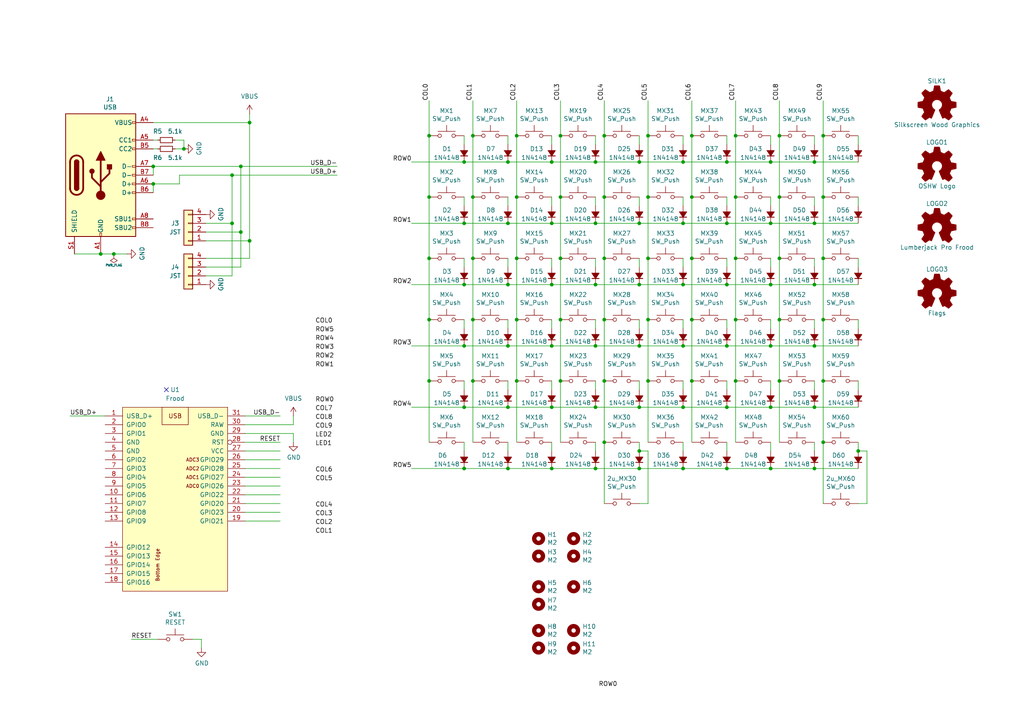
<source format=kicad_sch>
(kicad_sch (version 20231120) (generator "eeschema") (generator_version "8.0")
  (paper "A4")
  (title_block (title "Lumberjack PCB") (date "2022-02-25") (rev "1.6"))
  (junction (at 198.12 135.89))
  (junction (at 44.45 53.34))
  (junction (at 223.52 64.77))
  (junction (at 200.66 92.71))
  (junction (at 185.42 64.77))
  (junction (at 160.02 46.99))
  (junction (at 226.06 39.37))
  (junction (at 160.02 100.33))
  (junction (at 185.42 118.11))
  (junction (at 134.62 135.89))
  (junction (at 134.62 46.99))
  (junction (at 175.26 57.15))
  (junction (at 160.02 118.11))
  (junction (at 67.31 50.8))
  (junction (at 69.85 48.26))
  (junction (at 72.39 35.56))
  (junction (at 185.42 100.33))
  (junction (at 160.02 135.89))
  (junction (at 238.76 128.27))
  (junction (at 134.62 118.11))
  (junction (at 175.26 74.93))
  (junction (at 198.12 64.77))
  (junction (at 29.21 73.66))
  (junction (at 213.36 74.93))
  (junction (at 124.46 39.37))
  (junction (at 162.56 74.93))
  (junction (at 137.16 92.71))
  (junction (at 200.66 74.93))
  (junction (at 210.82 100.33))
  (junction (at 72.39 69.85))
  (junction (at 175.26 39.37))
  (junction (at 124.46 92.71))
  (junction (at 198.12 118.11))
  (junction (at 162.56 110.49))
  (junction (at 238.76 57.15))
  (junction (at 223.52 82.55))
  (junction (at 149.86 74.93))
  (junction (at 226.06 92.71))
  (junction (at 160.02 64.77))
  (junction (at 172.72 82.55))
  (junction (at 162.56 57.15))
  (junction (at 187.96 57.15))
  (junction (at 236.22 135.89))
  (junction (at 69.85 67.31))
  (junction (at 226.06 110.49))
  (junction (at 226.06 74.93))
  (junction (at 236.22 82.55))
  (junction (at 248.92 130.81))
  (junction (at 236.22 100.33))
  (junction (at 238.76 39.37))
  (junction (at 162.56 39.37))
  (junction (at 185.42 82.55))
  (junction (at 124.46 57.15))
  (junction (at 134.62 64.77))
  (junction (at 147.32 100.33))
  (junction (at 147.32 135.89))
  (junction (at 213.36 92.71))
  (junction (at 210.82 118.11))
  (junction (at 149.86 39.37))
  (junction (at 236.22 46.99))
  (junction (at 44.45 48.26))
  (junction (at 187.96 39.37))
  (junction (at 137.16 74.93))
  (junction (at 67.31 64.77))
  (junction (at 175.26 92.71))
  (junction (at 223.52 46.99))
  (junction (at 213.36 57.15))
  (junction (at 185.42 135.89))
  (junction (at 172.72 64.77))
  (junction (at 134.62 100.33))
  (junction (at 149.86 110.49))
  (junction (at 137.16 110.49))
  (junction (at 223.52 135.89))
  (junction (at 213.36 39.37))
  (junction (at 149.86 92.71))
  (junction (at 185.42 46.99))
  (junction (at 236.22 64.77))
  (junction (at 33.02 73.66))
  (junction (at 175.26 128.27))
  (junction (at 172.72 100.33))
  (junction (at 187.96 74.93))
  (junction (at 137.16 57.15))
  (junction (at 175.26 110.49))
  (junction (at 236.22 118.11))
  (junction (at 160.02 82.55))
  (junction (at 124.46 74.93))
  (junction (at 223.52 100.33))
  (junction (at 187.96 92.71))
  (junction (at 238.76 92.71))
  (junction (at 147.32 46.99))
  (junction (at 172.72 118.11))
  (junction (at 198.12 46.99))
  (junction (at 200.66 39.37))
  (junction (at 223.52 118.11))
  (junction (at 238.76 110.49))
  (junction (at 213.36 110.49))
  (junction (at 198.12 82.55))
  (junction (at 210.82 82.55))
  (junction (at 149.86 57.15))
  (junction (at 172.72 135.89))
  (junction (at 124.46 110.49))
  (junction (at 147.32 118.11))
  (junction (at 200.66 57.15))
  (junction (at 226.06 57.15))
  (junction (at 147.32 64.77))
  (junction (at 200.66 110.49))
  (junction (at 238.76 74.93))
  (junction (at 210.82 64.77))
  (junction (at 185.42 130.81))
  (junction (at 134.62 82.55))
  (junction (at 147.32 82.55))
  (junction (at 198.12 100.33))
  (junction (at 162.56 92.71))
  (junction (at 210.82 46.99))
  (junction (at 210.82 135.89))
  (junction (at 187.96 110.49))
  (junction (at 53.34 43.18))
  (junction (at 172.72 46.99))
  (junction (at 137.16 39.37))
  (no_connect (at 48.26 113.03))
  (wire (pts (xy 213.36 74.93) (xy 213.36 92.71)))
  (wire (pts (xy 160.02 57.15) (xy 160.02 59.69)))
  (wire (pts (xy 137.16 39.37) (xy 137.16 29.21)))
  (wire (pts (xy 119.38 46.99) (xy 134.62 46.99)))
  (wire (pts (xy 198.12 100.33) (xy 210.82 100.33)))
  (wire (pts (xy 149.86 92.71) (xy 149.86 110.49)))
  (wire (pts (xy 185.42 82.55) (xy 198.12 82.55)))
  (wire (pts (xy 160.02 39.37) (xy 160.02 41.91)))
  (wire (pts (xy 226.06 39.37) (xy 226.06 57.15)))
  (wire (pts (xy 81.28 140.97) (xy 71.12 140.97)))
  (wire (pts (xy 52.07 50.8) (xy 67.31 50.8)))
  (wire (pts (xy 81.28 146.05) (xy 71.12 146.05)))
  (wire (pts (xy 223.52 110.49) (xy 223.52 113.03)))
  (wire (pts (xy 238.76 57.15) (xy 238.76 74.93)))
  (wire (pts (xy 149.86 39.37) (xy 149.86 29.21)))
  (wire (pts (xy 251.46 130.81) (xy 248.92 130.81)))
  (wire (pts (xy 238.76 74.93) (xy 238.76 92.71)))
  (wire (pts (xy 162.56 74.93) (xy 162.56 57.15)))
  (wire (pts (xy 226.06 57.15) (xy 226.06 74.93)))
  (wire (pts (xy 187.96 130.81) (xy 185.42 130.81)))
  (wire (pts (xy 137.16 74.93) (xy 137.16 92.71)))
  (wire (pts (xy 172.72 92.71) (xy 172.72 95.25)))
  (wire (pts (xy 21.59 73.66) (xy 29.21 73.66)))
  (wire (pts (xy 81.28 151.13) (xy 71.12 151.13)))
  (wire (pts (xy 238.76 92.71) (xy 238.76 110.49)))
  (wire (pts (xy 200.66 57.15) (xy 200.66 39.37)))
  (wire (pts (xy 223.52 74.93) (xy 223.52 77.47)))
  (wire (pts (xy 44.45 43.18) (xy 45.72 43.18)))
  (wire (pts (xy 67.31 64.77) (xy 67.31 80.01)))
  (wire (pts (xy 147.32 46.99) (xy 160.02 46.99)))
  (wire (pts (xy 134.62 74.93) (xy 134.62 77.47)))
  (wire (pts (xy 147.32 64.77) (xy 160.02 64.77)))
  (wire (pts (xy 187.96 57.15) (xy 187.96 39.37)))
  (wire (pts (xy 72.39 69.85) (xy 72.39 74.93)))
  (wire (pts (xy 236.22 92.71) (xy 236.22 95.25)))
  (wire (pts (xy 81.28 120.65) (xy 71.12 120.65)))
  (wire (pts (xy 67.31 50.8) (xy 97.79 50.8)))
  (wire (pts (xy 200.66 74.93) (xy 200.66 57.15)))
  (wire (pts (xy 124.46 74.93) (xy 124.46 57.15)))
  (wire (pts (xy 160.02 82.55) (xy 172.72 82.55)))
  (wire (pts (xy 134.62 64.77) (xy 147.32 64.77)))
  (wire (pts (xy 210.82 118.11) (xy 223.52 118.11)))
  (wire (pts (xy 72.39 74.93) (xy 59.69 74.93)))
  (wire (pts (xy 236.22 39.37) (xy 236.22 41.91)))
  (wire (pts (xy 69.85 48.26) (xy 69.85 67.31)))
  (wire (pts (xy 134.62 92.71) (xy 134.62 95.25)))
  (wire (pts (xy 160.02 135.89) (xy 172.72 135.89)))
  (wire (pts (xy 236.22 82.55) (xy 248.92 82.55)))
  (wire (pts (xy 248.92 110.49) (xy 248.92 113.03)))
  (wire (pts (xy 236.22 100.33) (xy 248.92 100.33)))
  (wire (pts (xy 226.06 110.49) (xy 226.06 128.27)))
  (wire (pts (xy 172.72 128.27) (xy 172.72 130.81)))
  (wire (pts (xy 147.32 118.11) (xy 160.02 118.11)))
  (wire (pts (xy 248.92 146.05) (xy 251.46 146.05)))
  (wire (pts (xy 236.22 128.27) (xy 236.22 130.81)))
  (wire (pts (xy 172.72 110.49) (xy 172.72 113.03)))
  (wire (pts (xy 187.96 74.93) (xy 187.96 57.15)))
  (wire (pts (xy 185.42 57.15) (xy 185.42 59.69)))
  (wire (pts (xy 162.56 92.71) (xy 162.56 110.49)))
  (wire (pts (xy 69.85 67.31) (xy 59.69 67.31)))
  (wire (pts (xy 248.92 57.15) (xy 248.92 59.69)))
  (wire (pts (xy 85.09 125.73) (xy 85.09 128.27)))
  (wire (pts (xy 81.28 143.51) (xy 71.12 143.51)))
  (wire (pts (xy 134.62 135.89) (xy 147.32 135.89)))
  (wire (pts (xy 147.32 135.89) (xy 160.02 135.89)))
  (wire (pts (xy 200.66 29.21) (xy 200.66 39.37)))
  (wire (pts (xy 198.12 64.77) (xy 210.82 64.77)))
  (wire (pts (xy 71.12 125.73) (xy 85.09 125.73)))
  (wire (pts (xy 187.96 110.49) (xy 187.96 128.27)))
  (wire (pts (xy 251.46 146.05) (xy 251.46 130.81)))
  (wire (pts (xy 52.07 53.34) (xy 52.07 50.8)))
  (wire (pts (xy 185.42 46.99) (xy 198.12 46.99)))
  (wire (pts (xy 236.22 135.89) (xy 248.92 135.89)))
  (wire (pts (xy 187.96 92.71) (xy 187.96 110.49)))
  (wire (pts (xy 44.45 48.26) (xy 44.45 50.8)))
  (wire (pts (xy 81.28 128.27) (xy 71.12 128.27)))
  (wire (pts (xy 119.38 64.77) (xy 134.62 64.77)))
  (wire (pts (xy 134.62 110.49) (xy 134.62 113.03)))
  (wire (pts (xy 69.85 77.47) (xy 59.69 77.47)))
  (wire (pts (xy 172.72 82.55) (xy 185.42 82.55)))
  (wire (pts (xy 185.42 146.05) (xy 187.96 146.05)))
  (wire (pts (xy 124.46 110.49) (xy 124.46 128.27)))
  (wire (pts (xy 162.56 110.49) (xy 162.56 128.27)))
  (wire (pts (xy 53.34 43.18) (xy 50.8 43.18)))
  (wire (pts (xy 238.76 110.49) (xy 238.76 128.27)))
  (wire (pts (xy 248.92 39.37) (xy 248.92 41.91)))
  (wire (pts (xy 137.16 74.93) (xy 137.16 57.15)))
  (wire (pts (xy 172.72 135.89) (xy 185.42 135.89)))
  (wire (pts (xy 147.32 92.71) (xy 147.32 95.25)))
  (wire (pts (xy 223.52 100.33) (xy 236.22 100.33)))
  (wire (pts (xy 248.92 74.93) (xy 248.92 77.47)))
  (wire (pts (xy 213.36 92.71) (xy 213.36 110.49)))
  (wire (pts (xy 160.02 128.27) (xy 160.02 130.81)))
  (wire (pts (xy 58.42 185.42) (xy 58.42 187.96)))
  (wire (pts (xy 53.34 40.64) (xy 53.34 43.18)))
  (wire (pts (xy 185.42 135.89) (xy 198.12 135.89)))
  (wire (pts (xy 44.45 40.64) (xy 45.72 40.64)))
  (wire (pts (xy 185.42 39.37) (xy 185.42 41.91)))
  (wire (pts (xy 185.42 128.27) (xy 185.42 130.81)))
  (wire (pts (xy 134.62 100.33) (xy 147.32 100.33)))
  (wire (pts (xy 172.72 46.99) (xy 185.42 46.99)))
  (wire (pts (xy 162.56 57.15) (xy 162.56 39.37)))
  (wire (pts (xy 175.26 57.15) (xy 175.26 39.37)))
  (wire (pts (xy 175.26 74.93) (xy 175.26 92.71)))
  (wire (pts (xy 236.22 110.49) (xy 236.22 113.03)))
  (wire (pts (xy 172.72 64.77) (xy 185.42 64.77)))
  (wire (pts (xy 213.36 39.37) (xy 213.36 57.15)))
  (wire (pts (xy 236.22 118.11) (xy 248.92 118.11)))
  (wire (pts (xy 147.32 82.55) (xy 160.02 82.55)))
  (wire (pts (xy 160.02 118.11) (xy 172.72 118.11)))
  (wire (pts (xy 67.31 64.77) (xy 59.69 64.77)))
  (wire (pts (xy 124.46 39.37) (xy 124.46 29.21)))
  (wire (pts (xy 162.56 39.37) (xy 162.56 29.21)))
  (wire (pts (xy 160.02 64.77) (xy 172.72 64.77)))
  (wire (pts (xy 198.12 128.27) (xy 198.12 130.81)))
  (wire (pts (xy 238.76 29.21) (xy 238.76 39.37)))
  (wire (pts (xy 69.85 48.26) (xy 97.79 48.26)))
  (wire (pts (xy 223.52 128.27) (xy 223.52 130.81)))
  (wire (pts (xy 147.32 110.49) (xy 147.32 113.03)))
  (wire (pts (xy 175.26 128.27) (xy 175.26 146.05)))
  (wire (pts (xy 223.52 118.11) (xy 236.22 118.11)))
  (wire (pts (xy 223.52 39.37) (xy 223.52 41.91)))
  (wire (pts (xy 175.26 74.93) (xy 175.26 57.15)))
  (wire (pts (xy 198.12 92.71) (xy 198.12 95.25)))
  (wire (pts (xy 238.76 128.27) (xy 238.76 146.05)))
  (wire (pts (xy 236.22 57.15) (xy 236.22 59.69)))
  (wire (pts (xy 162.56 74.93) (xy 162.56 92.71)))
  (wire (pts (xy 172.72 100.33) (xy 185.42 100.33)))
  (wire (pts (xy 20.32 120.65) (xy 30.48 120.65)))
  (wire (pts (xy 185.42 100.33) (xy 198.12 100.33)))
  (wire (pts (xy 160.02 92.71) (xy 160.02 95.25)))
  (wire (pts (xy 44.45 35.56) (xy 72.39 35.56)))
  (wire (pts (xy 134.62 46.99) (xy 147.32 46.99)))
  (wire (pts (xy 124.46 57.15) (xy 124.46 39.37)))
  (wire (pts (xy 223.52 64.77) (xy 236.22 64.77)))
  (wire (pts (xy 72.39 69.85) (xy 59.69 69.85)))
  (wire (pts (xy 44.45 53.34) (xy 52.07 53.34)))
  (wire (pts (xy 134.62 82.55) (xy 147.32 82.55)))
  (wire (pts (xy 223.52 46.99) (xy 236.22 46.99)))
  (wire (pts (xy 210.82 135.89) (xy 223.52 135.89)))
  (wire (pts (xy 198.12 82.55) (xy 210.82 82.55)))
  (wire (pts (xy 185.42 110.49) (xy 185.42 113.03)))
  (wire (pts (xy 236.22 64.77) (xy 248.92 64.77)))
  (wire (pts (xy 137.16 110.49) (xy 137.16 128.27)))
  (wire (pts (xy 187.96 39.37) (xy 187.96 29.21)))
  (wire (pts (xy 38.1 185.42) (xy 45.72 185.42)))
  (wire (pts (xy 81.28 130.81) (xy 71.12 130.81)))
  (wire (pts (xy 213.36 29.21) (xy 213.36 39.37)))
  (wire (pts (xy 72.39 33.02) (xy 72.39 35.56)))
  (wire (pts (xy 55.88 185.42) (xy 58.42 185.42)))
  (wire (pts (xy 147.32 39.37) (xy 147.32 41.91)))
  (wire (pts (xy 210.82 110.49) (xy 210.82 113.03)))
  (wire (pts (xy 226.06 92.71) (xy 226.06 110.49)))
  (wire (pts (xy 223.52 57.15) (xy 223.52 59.69)))
  (wire (pts (xy 119.38 82.55) (xy 134.62 82.55)))
  (wire (pts (xy 85.09 123.19) (xy 85.09 120.65)))
  (wire (pts (xy 172.72 39.37) (xy 172.72 41.91)))
  (wire (pts (xy 172.72 74.93) (xy 172.72 77.47)))
  (wire (pts (xy 175.26 92.71) (xy 175.26 110.49)))
  (wire (pts (xy 81.28 135.89) (xy 71.12 135.89)))
  (wire (pts (xy 29.21 73.66) (xy 33.02 73.66)))
  (wire (pts (xy 81.28 148.59) (xy 71.12 148.59)))
  (wire (pts (xy 213.36 74.93) (xy 213.36 57.15)))
  (wire (pts (xy 210.82 92.71) (xy 210.82 95.25)))
  (wire (pts (xy 200.66 110.49) (xy 200.66 128.27)))
  (wire (pts (xy 198.12 39.37) (xy 198.12 41.91)))
  (wire (pts (xy 134.62 118.11) (xy 147.32 118.11)))
  (wire (pts (xy 236.22 46.99) (xy 248.92 46.99)))
  (wire (pts (xy 137.16 92.71) (xy 137.16 110.49)))
  (wire (pts (xy 33.02 73.66) (xy 36.83 73.66)))
  (wire (pts (xy 72.39 35.56) (xy 72.39 69.85)))
  (wire (pts (xy 81.28 138.43) (xy 71.12 138.43)))
  (wire (pts (xy 175.26 39.37) (xy 175.26 29.21)))
  (wire (pts (xy 160.02 46.99) (xy 172.72 46.99)))
  (wire (pts (xy 137.16 57.15) (xy 137.16 39.37)))
  (wire (pts (xy 67.31 80.01) (xy 59.69 80.01)))
  (wire (pts (xy 200.66 92.71) (xy 200.66 110.49)))
  (wire (pts (xy 210.82 39.37) (xy 210.82 41.91)))
  (wire (pts (xy 187.96 74.93) (xy 187.96 92.71)))
  (wire (pts (xy 238.76 39.37) (xy 238.76 57.15)))
  (wire (pts (xy 172.72 57.15) (xy 172.72 59.69)))
  (wire (pts (xy 160.02 110.49) (xy 160.02 113.03)))
  (wire (pts (xy 134.62 39.37) (xy 134.62 41.91)))
  (wire (pts (xy 223.52 92.71) (xy 223.52 95.25)))
  (wire (pts (xy 119.38 118.11) (xy 134.62 118.11)))
  (wire (pts (xy 226.06 29.21) (xy 226.06 39.37)))
  (wire (pts (xy 134.62 57.15) (xy 134.62 59.69)))
  (wire (pts (xy 187.96 146.05) (xy 187.96 130.81)))
  (wire (pts (xy 119.38 100.33) (xy 134.62 100.33)))
  (wire (pts (xy 198.12 118.11) (xy 210.82 118.11)))
  (wire (pts (xy 248.92 92.71) (xy 248.92 95.25)))
  (wire (pts (xy 198.12 135.89) (xy 210.82 135.89)))
  (wire (pts (xy 69.85 67.31) (xy 69.85 77.47)))
  (wire (pts (xy 185.42 92.71) (xy 185.42 95.25)))
  (wire (pts (xy 149.86 74.93) (xy 149.86 92.71)))
  (wire (pts (xy 185.42 118.11) (xy 198.12 118.11)))
  (wire (pts (xy 149.86 110.49) (xy 149.86 128.27)))
  (wire (pts (xy 210.82 74.93) (xy 210.82 77.47)))
  (wire (pts (xy 198.12 74.93) (xy 198.12 77.47)))
  (wire (pts (xy 213.36 110.49) (xy 213.36 128.27)))
  (wire (pts (xy 124.46 74.93) (xy 124.46 92.71)))
  (wire (pts (xy 175.26 110.49) (xy 175.26 128.27)))
  (wire (pts (xy 236.22 74.93) (xy 236.22 77.47)))
  (wire (pts (xy 223.52 135.89) (xy 236.22 135.89)))
  (wire (pts (xy 185.42 74.93) (xy 185.42 77.47)))
  (wire (pts (xy 67.31 50.8) (xy 67.31 64.77)))
  (wire (pts (xy 223.52 82.55) (xy 236.22 82.55)))
  (wire (pts (xy 160.02 100.33) (xy 172.72 100.33)))
  (wire (pts (xy 198.12 46.99) (xy 210.82 46.99)))
  (wire (pts (xy 147.32 57.15) (xy 147.32 59.69)))
  (wire (pts (xy 198.12 110.49) (xy 198.12 113.03)))
  (wire (pts (xy 147.32 74.93) (xy 147.32 77.47)))
  (wire (pts (xy 210.82 57.15) (xy 210.82 59.69)))
  (wire (pts (xy 200.66 74.93) (xy 200.66 92.71)))
  (wire (pts (xy 210.82 82.55) (xy 223.52 82.55)))
  (wire (pts (xy 185.42 64.77) (xy 198.12 64.77)))
  (wire (pts (xy 134.62 128.27) (xy 134.62 130.81)))
  (wire (pts (xy 50.8 40.64) (xy 53.34 40.64)))
  (wire (pts (xy 119.38 135.89) (xy 134.62 135.89)))
  (wire (pts (xy 81.28 133.35) (xy 71.12 133.35)))
  (wire (pts (xy 44.45 53.34) (xy 44.45 55.88)))
  (wire (pts (xy 147.32 100.33) (xy 160.02 100.33)))
  (wire (pts (xy 210.82 64.77) (xy 223.52 64.77)))
  (wire (pts (xy 160.02 74.93) (xy 160.02 77.47)))
  (wire (pts (xy 71.12 123.19) (xy 85.09 123.19)))
  (wire (pts (xy 149.86 74.93) (xy 149.86 57.15)))
  (wire (pts (xy 172.72 118.11) (xy 185.42 118.11)))
  (wire (pts (xy 198.12 57.15) (xy 198.12 59.69)))
  (wire (pts (xy 226.06 74.93) (xy 226.06 92.71)))
  (wire (pts (xy 149.86 57.15) (xy 149.86 39.37)))
  (wire (pts (xy 210.82 100.33) (xy 223.52 100.33)))
  (wire (pts (xy 210.82 46.99) (xy 223.52 46.99)))
  (wire (pts (xy 124.46 92.71) (xy 124.46 110.49)))
  (wire (pts (xy 44.45 48.26) (xy 69.85 48.26)))
  (wire (pts (xy 248.92 128.27) (xy 248.92 130.81)))
  (wire (pts (xy 210.82 128.27) (xy 210.82 130.81)))
  (wire (pts (xy 147.32 128.27) (xy 147.32 130.81)))
  (label "COL7" (at 213.36 29.21 90))
  (label "COL8" (at 91.44 121.92 0))
  (label "COL5" (at 187.96 29.21 90))
  (label "COL9" (at 91.44 124.46 0))
  (label "ROW3" (at 119.38 100.33 180))
  (label "USB_D+" (at 20.32 120.65 0))
  (label "COL2" (at 149.86 29.21 90))
  (label "COL6" (at 200.66 29.21 90))
  (label "COL0" (at 91.44 93.98 0))
  (label "COL5" (at 91.44 139.7 0))
  (label "COL6" (at 91.44 137.16 0))
  (label "USB_D-" (at 97.79 48.26 180))
  (label "ROW0" (at 91.44 116.84 0))
  (label "ROW4" (at 91.44 99.06 0))
  (label "ROW0" (at 119.38 46.99 180))
  (label "COL8" (at 226.06 29.21 90))
  (label "ROW2" (at 119.38 82.55 180))
  (label "COL0" (at 124.46 29.21 90))
  (label "COL1" (at 91.44 154.94 0))
  (label "LED2" (at 91.44 127 0))
  (label "ROW1" (at 91.44 106.68 0))
  (label "COL3" (at 91.44 149.86 0))
  (label "ROW4" (at 119.38 118.11 180))
  (label "LED1" (at 91.44 129.54 0))
  (label "USB_D+" (at 97.79 50.8 180))
  (label "ROW1" (at 119.38 64.77 180))
  (label "RESET" (at 81.28 128.27 180))
  (label "ROW5" (at 119.38 135.89 180))
  (label "COL4" (at 175.26 29.21 90))
  (label "COL9" (at 238.76 29.21 90))
  (label "COL4" (at 91.44 147.32 0))
  (label "COL3" (at 162.56 29.21 90))
  (label "ROW5" (at 91.44 96.52 0))
  (label "COL1" (at 137.16 29.21 90))
  (label "RESET" (at 38.1 185.42 0))
  (label "ROW3" (at 91.44 101.6 0))
  (label "ROW0" (at 179.07 199.39 180))
  (label "COL2" (at 91.44 152.4 0))
  (label "COL7" (at 91.44 119.38 0))
  (label "USB_D-" (at 81.28 120.65 180))
  (label "ROW2" (at 91.44 104.14 0))
  (symbol (lib_id "Switch:SW_Push") (at 129.54 39.37 0) (mirror y) (unit 1)
    (property "Reference" "MX1" (at 129.54 32.131 0))
    (property "Value" "SW_Push" (at 129.54 34.4424 0))
    (property "Footprint" "lumberjack:MX_Alps_Choc" (effects (hide yes)))
  )
  (symbol (lib_id "lumberjack-rescue:D_Small_ALT-Device") (at 134.62 44.45 270) (mirror x) (unit 1)
    (property "Reference" "D1" (at 128.27 43.18 90) (effects (justify left)))
    (property "Value" "1N4148" (at 125.73 45.72 90) (effects (justify left)))
    (property "Footprint" "Diode_THT:D_DO-35_SOD27_P7.62mm_Horizontal" (effects (hide yes)))
  )
  (symbol (lib_id "Switch:SW_Push") (at 129.54 57.15 0) (mirror y) (unit 1)
    (property "Reference" "MX2" (at 129.54 49.911 0))
    (property "Value" "SW_Push" (at 129.54 52.2224 0))
    (property "Footprint" "lumberjack:MX_Alps_Choc" (effects (hide yes)))
  )
  (symbol (lib_id "lumberjack-rescue:D_Small_ALT-Device") (at 134.62 62.23 270) (mirror x) (unit 1)
    (property "Reference" "D2" (at 128.27 60.96 90) (effects (justify left)))
    (property "Value" "1N4148" (at 125.73 63.5 90) (effects (justify left)))
    (property "Footprint" "Diode_THT:D_DO-35_SOD27_P7.62mm_Horizontal" (effects (hide yes)))
  )
  (symbol (lib_id "Switch:SW_Push") (at 129.54 74.93 0) (mirror y) (unit 1)
    (property "Reference" "MX3" (at 129.54 67.691 0))
    (property "Value" "SW_Push" (at 129.54 70.0024 0))
    (property "Footprint" "lumberjack:MX_Alps_Choc" (effects (hide yes)))
  )
  (symbol (lib_id "lumberjack-rescue:D_Small_ALT-Device") (at 134.62 80.01 270) (mirror x) (unit 1)
    (property "Reference" "D3" (at 128.27 78.74 90) (effects (justify left)))
    (property "Value" "1N4148" (at 125.73 81.28 90) (effects (justify left)))
    (property "Footprint" "Diode_THT:D_DO-35_SOD27_P7.62mm_Horizontal" (effects (hide yes)))
  )
  (symbol (lib_id "Switch:SW_Push") (at 129.54 92.71 0) (mirror y) (unit 1)
    (property "Reference" "MX4" (at 129.54 85.471 0))
    (property "Value" "SW_Push" (at 129.54 87.7824 0))
    (property "Footprint" "lumberjack:MX_Alps_Choc" (effects (hide yes)))
  )
  (symbol (lib_id "lumberjack-rescue:D_Small_ALT-Device") (at 134.62 97.79 270) (mirror x) (unit 1)
    (property "Reference" "D4" (at 128.27 96.52 90) (effects (justify left)))
    (property "Value" "1N4148" (at 125.73 99.06 90) (effects (justify left)))
    (property "Footprint" "Diode_THT:D_DO-35_SOD27_P7.62mm_Horizontal" (effects (hide yes)))
  )
  (symbol (lib_id "power:PWR_FLAG") (at 33.02 73.66 180) (unit 1)
    (property "Reference" "#FLG02" (effects (hide yes)))
    (property "Value" "PWR_FLAG" (at 33.02 76.9366 0) (effects (font (size 0.635 0.635))))
  )
  (symbol (lib_id "Mechanical:MountingHole") (at 156.21 156.21 0) (unit 1) (in_bom no)
    (property "Reference" "H1" (at 158.75 155.0416 0) (effects (justify left)))
    (property "Value" "M2" (at 158.75 157.353 0) (effects (justify left)))
    (property "Footprint" "lumberjack:MountingHole_M2" (effects (hide yes)))
  )
  (symbol (lib_id "Mechanical:MountingHole") (at 166.37 156.21 0) (unit 1) (in_bom no)
    (property "Reference" "H2" (at 168.91 155.0416 0) (effects (justify left)))
    (property "Value" "M2" (at 168.91 157.353 0) (effects (justify left)))
    (property "Footprint" "lumberjack:MountingHole_M2" (effects (hide yes)))
  )
  (symbol (lib_id "Mechanical:MountingHole") (at 156.21 161.29 0) (unit 1) (in_bom no)
    (property "Reference" "H3" (at 158.75 160.1216 0) (effects (justify left)))
    (property "Value" "M2" (at 158.75 162.433 0) (effects (justify left)))
    (property "Footprint" "lumberjack:MountingHole_M2" (effects (hide yes)))
  )
  (symbol (lib_id "Mechanical:MountingHole") (at 166.37 161.29 0) (unit 1) (in_bom no)
    (property "Reference" "H4" (at 168.91 160.1216 0) (effects (justify left)))
    (property "Value" "M2" (at 168.91 162.433 0) (effects (justify left)))
    (property "Footprint" "lumberjack:MountingHole_M2" (effects (hide yes)))
  )
  (symbol (lib_id "Switch:SW_Push") (at 142.24 39.37 0) (mirror y) (unit 1)
    (property "Reference" "MX7" (at 142.24 32.131 0))
    (property "Value" "SW_Push" (at 142.24 34.4424 0))
    (property "Footprint" "lumberjack:MX_Alps_Choc" (effects (hide yes)))
  )
  (symbol (lib_id "lumberjack-rescue:D_Small_ALT-Device") (at 147.32 44.45 270) (mirror x) (unit 1)
    (property "Reference" "D7" (at 140.97 43.18 90) (effects (justify left)))
    (property "Value" "1N4148" (at 138.43 45.72 90) (effects (justify left)))
    (property "Footprint" "Diode_THT:D_DO-35_SOD27_P7.62mm_Horizontal" (effects (hide yes)))
  )
  (symbol (lib_id "Switch:SW_Push") (at 142.24 57.15 0) (mirror y) (unit 1)
    (property "Reference" "MX8" (at 142.24 49.911 0))
    (property "Value" "SW_Push" (at 142.24 52.2224 0))
    (property "Footprint" "lumberjack:MX_Alps_Choc_NTHSTH" (effects (hide yes)))
  )
  (symbol (lib_id "lumberjack-rescue:D_Small_ALT-Device") (at 147.32 62.23 270) (mirror x) (unit 1)
    (property "Reference" "D8" (at 140.97 60.96 90) (effects (justify left)))
    (property "Value" "1N4148" (at 138.43 63.5 90) (effects (justify left)))
    (property "Footprint" "Diode_THT:D_DO-35_SOD27_P7.62mm_Horizontal" (effects (hide yes)))
  )
  (symbol (lib_id "Switch:SW_Push") (at 142.24 74.93 0) (mirror y) (unit 1)
    (property "Reference" "MX9" (at 142.24 67.691 0))
    (property "Value" "SW_Push" (at 142.24 70.0024 0))
    (property "Footprint" "lumberjack:MX_Alps_Choc" (effects (hide yes)))
  )
  (symbol (lib_id "lumberjack-rescue:D_Small_ALT-Device") (at 147.32 80.01 270) (mirror x) (unit 1)
    (property "Reference" "D9" (at 140.97 78.74 90) (effects (justify left)))
    (property "Value" "1N4148" (at 138.43 81.28 90) (effects (justify left)))
    (property "Footprint" "Diode_THT:D_DO-35_SOD27_P7.62mm_Horizontal" (effects (hide yes)))
  )
  (symbol (lib_id "Switch:SW_Push") (at 142.24 92.71 0) (mirror y) (unit 1)
    (property "Reference" "MX10" (at 142.24 85.471 0))
    (property "Value" "SW_Push" (at 142.24 87.7824 0))
    (property "Footprint" "lumberjack:MX_Alps_Choc" (effects (hide yes)))
  )
  (symbol (lib_id "lumberjack-rescue:D_Small_ALT-Device") (at 147.32 97.79 270) (mirror x) (unit 1)
    (property "Reference" "D10" (at 140.97 96.52 90) (effects (justify left)))
    (property "Value" "1N4148" (at 138.43 99.06 90) (effects (justify left)))
    (property "Footprint" "Diode_THT:D_DO-35_SOD27_P7.62mm_Horizontal" (effects (hide yes)))
  )
  (symbol (lib_id "Switch:SW_Push") (at 154.94 39.37 0) (mirror y) (unit 1)
    (property "Reference" "MX13" (at 154.94 32.131 0))
    (property "Value" "SW_Push" (at 154.94 34.4424 0))
    (property "Footprint" "lumberjack:MX_Alps_Choc" (effects (hide yes)))
  )
  (symbol (lib_id "lumberjack-rescue:D_Small_ALT-Device") (at 160.02 44.45 270) (mirror x) (unit 1)
    (property "Reference" "D13" (at 153.67 43.18 90) (effects (justify left)))
    (property "Value" "1N4148" (at 151.13 45.72 90) (effects (justify left)))
    (property "Footprint" "Diode_THT:D_DO-35_SOD27_P7.62mm_Horizontal" (effects (hide yes)))
  )
  (symbol (lib_id "Switch:SW_Push") (at 154.94 57.15 0) (mirror y) (unit 1)
    (property "Reference" "MX14" (at 154.94 49.911 0))
    (property "Value" "SW_Push" (at 154.94 52.2224 0))
    (property "Footprint" "lumberjack:MX_Alps_Choc" (effects (hide yes)))
  )
  (symbol (lib_id "lumberjack-rescue:D_Small_ALT-Device") (at 160.02 62.23 270) (mirror x) (unit 1)
    (property "Reference" "D14" (at 153.67 60.96 90) (effects (justify left)))
    (property "Value" "1N4148" (at 151.13 63.5 90) (effects (justify left)))
    (property "Footprint" "Diode_THT:D_DO-35_SOD27_P7.62mm_Horizontal" (effects (hide yes)))
  )
  (symbol (lib_id "Switch:SW_Push") (at 154.94 74.93 0) (mirror y) (unit 1)
    (property "Reference" "MX15" (at 154.94 67.691 0))
    (property "Value" "SW_Push" (at 154.94 70.0024 0))
    (property "Footprint" "lumberjack:MX_Alps_Choc" (effects (hide yes)))
  )
  (symbol (lib_id "lumberjack-rescue:D_Small_ALT-Device") (at 160.02 80.01 270) (mirror x) (unit 1)
    (property "Reference" "D15" (at 153.67 78.74 90) (effects (justify left)))
    (property "Value" "1N4148" (at 151.13 81.28 90) (effects (justify left)))
    (property "Footprint" "Diode_THT:D_DO-35_SOD27_P7.62mm_Horizontal" (effects (hide yes)))
  )
  (symbol (lib_id "Switch:SW_Push") (at 154.94 92.71 0) (mirror y) (unit 1)
    (property "Reference" "MX16" (at 154.94 85.471 0))
    (property "Value" "SW_Push" (at 154.94 87.7824 0))
    (property "Footprint" "lumberjack:MX_Alps_Choc" (effects (hide yes)))
  )
  (symbol (lib_id "lumberjack-rescue:D_Small_ALT-Device") (at 160.02 97.79 270) (mirror x) (unit 1)
    (property "Reference" "D16" (at 153.67 96.52 90) (effects (justify left)))
    (property "Value" "1N4148" (at 151.13 99.06 90) (effects (justify left)))
    (property "Footprint" "Diode_THT:D_DO-35_SOD27_P7.62mm_Horizontal" (effects (hide yes)))
  )
  (symbol (lib_id "Switch:SW_Push") (at 167.64 39.37 0) (mirror y) (unit 1)
    (property "Reference" "MX19" (at 167.64 32.131 0))
    (property "Value" "SW_Push" (at 167.64 34.4424 0))
    (property "Footprint" "lumberjack:MX_Alps_Choc" (effects (hide yes)))
  )
  (symbol (lib_id "lumberjack-rescue:D_Small_ALT-Device") (at 172.72 44.45 270) (mirror x) (unit 1)
    (property "Reference" "D19" (at 166.37 43.18 90) (effects (justify left)))
    (property "Value" "1N4148" (at 163.83 45.72 90) (effects (justify left)))
    (property "Footprint" "Diode_THT:D_DO-35_SOD27_P7.62mm_Horizontal" (effects (hide yes)))
  )
  (symbol (lib_id "Switch:SW_Push") (at 167.64 57.15 0) (mirror y) (unit 1)
    (property "Reference" "MX20" (at 167.64 49.911 0))
    (property "Value" "SW_Push" (at 167.64 52.2224 0))
    (property "Footprint" "lumberjack:MX_Alps_Choc" (effects (hide yes)))
  )
  (symbol (lib_id "lumberjack-rescue:D_Small_ALT-Device") (at 172.72 62.23 270) (mirror x) (unit 1)
    (property "Reference" "D20" (at 166.37 60.96 90) (effects (justify left)))
    (property "Value" "1N4148" (at 163.83 63.5 90) (effects (justify left)))
    (property "Footprint" "Diode_THT:D_DO-35_SOD27_P7.62mm_Horizontal" (effects (hide yes)))
  )
  (symbol (lib_id "Switch:SW_Push") (at 167.64 74.93 0) (mirror y) (unit 1)
    (property "Reference" "MX21" (at 167.64 67.691 0))
    (property "Value" "SW_Push" (at 167.64 70.0024 0))
    (property "Footprint" "lumberjack:MX_Alps_Choc" (effects (hide yes)))
  )
  (symbol (lib_id "lumberjack-rescue:D_Small_ALT-Device") (at 172.72 80.01 270) (mirror x) (unit 1)
    (property "Reference" "D21" (at 166.37 78.74 90) (effects (justify left)))
    (property "Value" "1N4148" (at 163.83 81.28 90) (effects (justify left)))
    (property "Footprint" "Diode_THT:D_DO-35_SOD27_P7.62mm_Horizontal" (effects (hide yes)))
  )
  (symbol (lib_id "Switch:SW_Push") (at 167.64 92.71 0) (mirror y) (unit 1)
    (property "Reference" "MX22" (at 167.64 85.471 0))
    (property "Value" "SW_Push" (at 167.64 87.7824 0))
    (property "Footprint" "lumberjack:MX_Alps_Choc" (effects (hide yes)))
  )
  (symbol (lib_id "lumberjack-rescue:D_Small_ALT-Device") (at 172.72 97.79 270) (mirror x) (unit 1)
    (property "Reference" "D22" (at 166.37 96.52 90) (effects (justify left)))
    (property "Value" "1N4148" (at 163.83 99.06 90) (effects (justify left)))
    (property "Footprint" "Diode_THT:D_DO-35_SOD27_P7.62mm_Horizontal" (effects (hide yes)))
  )
  (symbol (lib_id "Switch:SW_Push") (at 180.34 39.37 0) (mirror y) (unit 1)
    (property "Reference" "MX25" (at 180.34 32.131 0))
    (property "Value" "SW_Push" (at 180.34 34.4424 0))
    (property "Footprint" "lumberjack:MX_Alps_Choc" (effects (hide yes)))
  )
  (symbol (lib_id "lumberjack-rescue:D_Small_ALT-Device") (at 185.42 44.45 270) (mirror x) (unit 1)
    (property "Reference" "D25" (at 179.07 43.18 90) (effects (justify left)))
    (property "Value" "1N4148" (at 176.53 45.72 90) (effects (justify left)))
    (property "Footprint" "Diode_THT:D_DO-35_SOD27_P7.62mm_Horizontal" (effects (hide yes)))
  )
  (symbol (lib_id "Switch:SW_Push") (at 180.34 57.15 0) (mirror y) (unit 1)
    (property "Reference" "MX26" (at 180.34 49.911 0))
    (property "Value" "SW_Push" (at 180.34 52.2224 0))
    (property "Footprint" "lumberjack:MX_Alps_Choc" (effects (hide yes)))
  )
  (symbol (lib_id "lumberjack-rescue:D_Small_ALT-Device") (at 185.42 62.23 270) (mirror x) (unit 1)
    (property "Reference" "D26" (at 179.07 60.96 90) (effects (justify left)))
    (property "Value" "1N4148" (at 176.53 63.5 90) (effects (justify left)))
    (property "Footprint" "Diode_THT:D_DO-35_SOD27_P7.62mm_Horizontal" (effects (hide yes)))
  )
  (symbol (lib_id "Switch:SW_Push") (at 180.34 74.93 0) (mirror y) (unit 1)
    (property "Reference" "MX27" (at 180.34 67.691 0))
    (property "Value" "SW_Push" (at 180.34 70.0024 0))
    (property "Footprint" "lumberjack:MX_Alps_Choc" (effects (hide yes)))
  )
  (symbol (lib_id "lumberjack-rescue:D_Small_ALT-Device") (at 185.42 80.01 270) (mirror x) (unit 1)
    (property "Reference" "D27" (at 179.07 78.74 90) (effects (justify left)))
    (property "Value" "1N4148" (at 176.53 81.28 90) (effects (justify left)))
    (property "Footprint" "Diode_THT:D_DO-35_SOD27_P7.62mm_Horizontal" (effects (hide yes)))
  )
  (symbol (lib_id "Switch:SW_Push") (at 180.34 92.71 0) (mirror y) (unit 1)
    (property "Reference" "MX28" (at 180.34 85.471 0))
    (property "Value" "SW_Push" (at 180.34 87.7824 0))
    (property "Footprint" "lumberjack:MX_Alps_Choc" (effects (hide yes)))
  )
  (symbol (lib_id "lumberjack-rescue:D_Small_ALT-Device") (at 185.42 97.79 270) (mirror x) (unit 1)
    (property "Reference" "D28" (at 179.07 96.52 90) (effects (justify left)))
    (property "Value" "1N4148" (at 176.53 99.06 90) (effects (justify left)))
    (property "Footprint" "Diode_THT:D_DO-35_SOD27_P7.62mm_Horizontal" (effects (hide yes)))
  )
  (symbol (lib_id "Switch:SW_Push") (at 193.04 39.37 0) (mirror y) (unit 1)
    (property "Reference" "MX31" (at 193.04 32.131 0))
    (property "Value" "SW_Push" (at 193.04 34.4424 0))
    (property "Footprint" "lumberjack:MX_Alps_Choc" (effects (hide yes)))
  )
  (symbol (lib_id "lumberjack-rescue:D_Small_ALT-Device") (at 198.12 44.45 270) (mirror x) (unit 1)
    (property "Reference" "D31" (at 191.77 43.18 90) (effects (justify left)))
    (property "Value" "1N4148" (at 189.23 45.72 90) (effects (justify left)))
    (property "Footprint" "Diode_THT:D_DO-35_SOD27_P7.62mm_Horizontal" (effects (hide yes)))
  )
  (symbol (lib_id "Switch:SW_Push") (at 193.04 57.15 0) (mirror y) (unit 1)
    (property "Reference" "MX32" (at 193.04 49.911 0))
    (property "Value" "SW_Push" (at 193.04 52.2224 0))
    (property "Footprint" "lumberjack:MX_Alps_Choc" (effects (hide yes)))
  )
  (symbol (lib_id "lumberjack-rescue:D_Small_ALT-Device") (at 198.12 62.23 270) (mirror x) (unit 1)
    (property "Reference" "D32" (at 191.77 60.96 90) (effects (justify left)))
    (property "Value" "1N4148" (at 189.23 63.5 90) (effects (justify left)))
    (property "Footprint" "Diode_THT:D_DO-35_SOD27_P7.62mm_Horizontal" (effects (hide yes)))
  )
  (symbol (lib_id "Switch:SW_Push") (at 193.04 74.93 0) (mirror y) (unit 1)
    (property "Reference" "MX33" (at 193.04 67.691 0))
    (property "Value" "SW_Push" (at 193.04 70.0024 0))
    (property "Footprint" "lumberjack:MX_Alps_Choc" (effects (hide yes)))
  )
  (symbol (lib_id "lumberjack-rescue:D_Small_ALT-Device") (at 198.12 80.01 270) (mirror x) (unit 1)
    (property "Reference" "D33" (at 191.77 78.74 90) (effects (justify left)))
    (property "Value" "1N4148" (at 189.23 81.28 90) (effects (justify left)))
    (property "Footprint" "Diode_THT:D_DO-35_SOD27_P7.62mm_Horizontal" (effects (hide yes)))
  )
  (symbol (lib_id "Switch:SW_Push") (at 193.04 92.71 0) (mirror y) (unit 1)
    (property "Reference" "MX34" (at 193.04 85.471 0))
    (property "Value" "SW_Push" (at 193.04 87.7824 0))
    (property "Footprint" "lumberjack:MX_Alps_Choc" (effects (hide yes)))
  )
  (symbol (lib_id "lumberjack-rescue:D_Small_ALT-Device") (at 198.12 97.79 270) (mirror x) (unit 1)
    (property "Reference" "D34" (at 191.77 96.52 90) (effects (justify left)))
    (property "Value" "1N4148" (at 189.23 99.06 90) (effects (justify left)))
    (property "Footprint" "Diode_THT:D_DO-35_SOD27_P7.62mm_Horizontal" (effects (hide yes)))
  )
  (symbol (lib_id "Switch:SW_Push") (at 205.74 39.37 0) (mirror y) (unit 1)
    (property "Reference" "MX37" (at 205.74 32.131 0))
    (property "Value" "SW_Push" (at 205.74 34.4424 0))
    (property "Footprint" "lumberjack:MX_Alps_Choc" (effects (hide yes)))
  )
  (symbol (lib_id "lumberjack-rescue:D_Small_ALT-Device") (at 210.82 44.45 270) (mirror x) (unit 1)
    (property "Reference" "D37" (at 204.47 43.18 90) (effects (justify left)))
    (property "Value" "1N4148" (at 201.93 45.72 90) (effects (justify left)))
    (property "Footprint" "Diode_THT:D_DO-35_SOD27_P7.62mm_Horizontal" (effects (hide yes)))
  )
  (symbol (lib_id "Switch:SW_Push") (at 205.74 57.15 0) (mirror y) (unit 1)
    (property "Reference" "MX38" (at 205.74 49.911 0))
    (property "Value" "SW_Push" (at 205.74 52.2224 0))
    (property "Footprint" "lumberjack:MX_Alps_Choc" (effects (hide yes)))
  )
  (symbol (lib_id "lumberjack-rescue:D_Small_ALT-Device") (at 210.82 62.23 270) (mirror x) (unit 1)
    (property "Reference" "D38" (at 204.47 60.96 90) (effects (justify left)))
    (property "Value" "1N4148" (at 201.93 63.5 90) (effects (justify left)))
    (property "Footprint" "Diode_THT:D_DO-35_SOD27_P7.62mm_Horizontal" (effects (hide yes)))
  )
  (symbol (lib_id "Switch:SW_Push") (at 205.74 74.93 0) (mirror y) (unit 1)
    (property "Reference" "MX39" (at 205.74 67.691 0))
    (property "Value" "SW_Push" (at 205.74 70.0024 0))
    (property "Footprint" "lumberjack:MX_Alps_Choc" (effects (hide yes)))
  )
  (symbol (lib_id "lumberjack-rescue:D_Small_ALT-Device") (at 210.82 80.01 270) (mirror x) (unit 1)
    (property "Reference" "D39" (at 204.47 78.74 90) (effects (justify left)))
    (property "Value" "1N4148" (at 201.93 81.28 90) (effects (justify left)))
    (property "Footprint" "Diode_THT:D_DO-35_SOD27_P7.62mm_Horizontal" (effects (hide yes)))
  )
  (symbol (lib_id "Switch:SW_Push") (at 205.74 92.71 0) (mirror y) (unit 1)
    (property "Reference" "MX40" (at 205.74 85.471 0))
    (property "Value" "SW_Push" (at 205.74 87.7824 0))
    (property "Footprint" "lumberjack:MX_Alps_Choc" (effects (hide yes)))
  )
  (symbol (lib_id "lumberjack-rescue:D_Small_ALT-Device") (at 210.82 97.79 270) (mirror x) (unit 1)
    (property "Reference" "D40" (at 204.47 96.52 90) (effects (justify left)))
    (property "Value" "1N4148" (at 201.93 99.06 90) (effects (justify left)))
    (property "Footprint" "Diode_THT:D_DO-35_SOD27_P7.62mm_Horizontal" (effects (hide yes)))
  )
  (symbol (lib_id "Switch:SW_Push") (at 218.44 39.37 0) (mirror y) (unit 1)
    (property "Reference" "MX43" (at 218.44 32.131 0))
    (property "Value" "SW_Push" (at 218.44 34.4424 0))
    (property "Footprint" "lumberjack:MX_Alps_Choc" (effects (hide yes)))
  )
  (symbol (lib_id "lumberjack-rescue:D_Small_ALT-Device") (at 223.52 44.45 270) (mirror x) (unit 1)
    (property "Reference" "D43" (at 217.17 43.18 90) (effects (justify left)))
    (property "Value" "1N4148" (at 214.63 45.72 90) (effects (justify left)))
    (property "Footprint" "Diode_THT:D_DO-35_SOD27_P7.62mm_Horizontal" (effects (hide yes)))
  )
  (symbol (lib_id "Switch:SW_Push") (at 218.44 57.15 0) (mirror y) (unit 1)
    (property "Reference" "MX44" (at 218.44 49.911 0))
    (property "Value" "SW_Push" (at 218.44 52.2224 0))
    (property "Footprint" "lumberjack:MX_Alps_Choc" (effects (hide yes)))
  )
  (symbol (lib_id "lumberjack-rescue:D_Small_ALT-Device") (at 223.52 62.23 270) (mirror x) (unit 1)
    (property "Reference" "D44" (at 217.17 60.96 90) (effects (justify left)))
    (property "Value" "1N4148" (at 214.63 63.5 90) (effects (justify left)))
    (property "Footprint" "Diode_THT:D_DO-35_SOD27_P7.62mm_Horizontal" (effects (hide yes)))
  )
  (symbol (lib_id "Switch:SW_Push") (at 218.44 74.93 0) (mirror y) (unit 1)
    (property "Reference" "MX45" (at 218.44 67.691 0))
    (property "Value" "SW_Push" (at 218.44 70.0024 0))
    (property "Footprint" "lumberjack:MX_Alps_Choc" (effects (hide yes)))
  )
  (symbol (lib_id "lumberjack-rescue:D_Small_ALT-Device") (at 223.52 80.01 270) (mirror x) (unit 1)
    (property "Reference" "D45" (at 217.17 78.74 90) (effects (justify left)))
    (property "Value" "1N4148" (at 214.63 81.28 90) (effects (justify left)))
    (property "Footprint" "Diode_THT:D_DO-35_SOD27_P7.62mm_Horizontal" (effects (hide yes)))
  )
  (symbol (lib_id "Switch:SW_Push") (at 218.44 92.71 0) (mirror y) (unit 1)
    (property "Reference" "MX46" (at 218.44 85.471 0))
    (property "Value" "SW_Push" (at 218.44 87.7824 0))
    (property "Footprint" "lumberjack:MX_Alps_Choc" (effects (hide yes)))
  )
  (symbol (lib_id "lumberjack-rescue:D_Small_ALT-Device") (at 223.52 97.79 270) (mirror x) (unit 1)
    (property "Reference" "D46" (at 217.17 96.52 90) (effects (justify left)))
    (property "Value" "1N4148" (at 214.63 99.06 90) (effects (justify left)))
    (property "Footprint" "Diode_THT:D_DO-35_SOD27_P7.62mm_Horizontal" (effects (hide yes)))
  )
  (symbol (lib_id "Switch:SW_Push") (at 231.14 39.37 0) (mirror y) (unit 1)
    (property "Reference" "MX49" (at 231.14 32.131 0))
    (property "Value" "SW_Push" (at 231.14 34.4424 0))
    (property "Footprint" "lumberjack:MX_Alps_Choc" (effects (hide yes)))
  )
  (symbol (lib_id "lumberjack-rescue:D_Small_ALT-Device") (at 236.22 44.45 270) (mirror x) (unit 1)
    (property "Reference" "D49" (at 229.87 43.18 90) (effects (justify left)))
    (property "Value" "1N4148" (at 227.33 45.72 90) (effects (justify left)))
    (property "Footprint" "Diode_THT:D_DO-35_SOD27_P7.62mm_Horizontal" (effects (hide yes)))
  )
  (symbol (lib_id "Switch:SW_Push") (at 231.14 57.15 0) (mirror y) (unit 1)
    (property "Reference" "MX50" (at 231.14 49.911 0))
    (property "Value" "SW_Push" (at 231.14 52.2224 0))
    (property "Footprint" "lumberjack:MX_Alps_Choc" (effects (hide yes)))
  )
  (symbol (lib_id "lumberjack-rescue:D_Small_ALT-Device") (at 236.22 62.23 270) (mirror x) (unit 1)
    (property "Reference" "D50" (at 229.87 60.96 90) (effects (justify left)))
    (property "Value" "1N4148" (at 227.33 63.5 90) (effects (justify left)))
    (property "Footprint" "Diode_THT:D_DO-35_SOD27_P7.62mm_Horizontal" (effects (hide yes)))
  )
  (symbol (lib_id "Switch:SW_Push") (at 231.14 74.93 0) (mirror y) (unit 1)
    (property "Reference" "MX51" (at 231.14 67.691 0))
    (property "Value" "SW_Push" (at 231.14 70.0024 0))
    (property "Footprint" "lumberjack:MX_Alps_Choc" (effects (hide yes)))
  )
  (symbol (lib_id "lumberjack-rescue:D_Small_ALT-Device") (at 236.22 80.01 270) (mirror x) (unit 1)
    (property "Reference" "D51" (at 229.87 78.74 90) (effects (justify left)))
    (property "Value" "1N4148" (at 227.33 81.28 90) (effects (justify left)))
    (property "Footprint" "Diode_THT:D_DO-35_SOD27_P7.62mm_Horizontal" (effects (hide yes)))
  )
  (symbol (lib_id "Switch:SW_Push") (at 231.14 92.71 0) (mirror y) (unit 1)
    (property "Reference" "MX52" (at 231.14 85.471 0))
    (property "Value" "SW_Push" (at 231.14 87.7824 0))
    (property "Footprint" "lumberjack:MX_Alps_Choc" (effects (hide yes)))
  )
  (symbol (lib_id "lumberjack-rescue:D_Small_ALT-Device") (at 236.22 97.79 270) (mirror x) (unit 1)
    (property "Reference" "D52" (at 229.87 96.52 90) (effects (justify left)))
    (property "Value" "1N4148" (at 227.33 99.06 90) (effects (justify left)))
    (property "Footprint" "Diode_THT:D_DO-35_SOD27_P7.62mm_Horizontal" (effects (hide yes)))
  )
  (symbol (lib_id "power:GND") (at 85.09 128.27 0) (unit 1)
    (property "Reference" "#PWR07" (effects (hide yes)))
    (property "Value" "GND" (at 85.217 132.6642 0))
  )
  (symbol (lib_id "Switch:SW_Push") (at 50.8 185.42 0) (unit 1)
    (property "Reference" "SW1" (at 50.8 178.181 0))
    (property "Value" "RESET" (at 50.8 180.4924 0))
    (property "Footprint" "42keebs:TACT_SWITCH_TVBP06" (effects (hide yes)))
  )
  (symbol (lib_id "power:GND") (at 58.42 187.96 0) (unit 1)
    (property "Reference" "#PWR011" (effects (hide yes)))
    (property "Value" "GND" (at 58.547 192.3542 0))
  )
  (symbol (lib_id "Switch:SW_Push") (at 231.14 110.49 0) (mirror y) (unit 1)
    (property "Reference" "MX53" (at 231.14 103.251 0))
    (property "Value" "SW_Push" (at 231.14 105.5624 0))
    (property "Footprint" "lumberjack:MX_Alps_Choc" (effects (hide yes)))
  )
  (symbol (lib_id "lumberjack-rescue:D_Small_ALT-Device") (at 236.22 115.57 270) (mirror x) (unit 1)
    (property "Reference" "D53" (at 229.87 114.3 90) (effects (justify left)))
    (property "Value" "1N4148" (at 227.33 116.84 90) (effects (justify left)))
    (property "Footprint" "Diode_THT:D_DO-35_SOD27_P7.62mm_Horizontal" (effects (hide yes)))
  )
  (symbol (lib_id "Switch:SW_Push") (at 231.14 128.27 0) (mirror y) (unit 1)
    (property "Reference" "MX54" (at 231.14 121.031 0))
    (property "Value" "SW_Push" (at 231.14 123.3424 0))
    (property "Footprint" "lumberjack:MX_Alps_Choc" (effects (hide yes)))
  )
  (symbol (lib_id "lumberjack-rescue:D_Small_ALT-Device") (at 236.22 133.35 270) (mirror x) (unit 1)
    (property "Reference" "D54" (at 228.6 132.08 90) (effects (justify left)))
    (property "Value" "1N4148" (at 227.33 134.62 90) (effects (justify left)))
    (property "Footprint" "Diode_THT:D_DO-35_SOD27_P7.62mm_Horizontal" (effects (hide yes)))
  )
  (symbol (lib_id "Switch:SW_Push") (at 129.54 110.49 0) (mirror y) (unit 1)
    (property "Reference" "MX5" (at 129.54 103.251 0))
    (property "Value" "SW_Push" (at 129.54 105.5624 0))
    (property "Footprint" "lumberjack:MX_Alps_Choc" (effects (hide yes)))
  )
  (symbol (lib_id "lumberjack-rescue:D_Small_ALT-Device") (at 134.62 115.57 270) (mirror x) (unit 1)
    (property "Reference" "D5" (at 128.27 114.3 90) (effects (justify left)))
    (property "Value" "1N4148" (at 125.73 116.84 90) (effects (justify left)))
    (property "Footprint" "Diode_THT:D_DO-35_SOD27_P7.62mm_Horizontal" (effects (hide yes)))
  )
  (symbol (lib_id "Switch:SW_Push") (at 129.54 128.27 0) (mirror y) (unit 1)
    (property "Reference" "MX6" (at 129.54 121.031 0))
    (property "Value" "SW_Push" (at 129.54 123.3424 0))
    (property "Footprint" "lumberjack:MX_Alps_Choc" (effects (hide yes)))
  )
  (symbol (lib_id "lumberjack-rescue:D_Small_ALT-Device") (at 134.62 133.35 270) (mirror x) (unit 1)
    (property "Reference" "D6" (at 127 132.08 90) (effects (justify left)))
    (property "Value" "1N4148" (at 125.73 134.62 90) (effects (justify left)))
    (property "Footprint" "Diode_THT:D_DO-35_SOD27_P7.62mm_Horizontal" (effects (hide yes)))
  )
  (symbol (lib_id "Switch:SW_Push") (at 142.24 110.49 0) (mirror y) (unit 1)
    (property "Reference" "MX11" (at 142.24 103.251 0))
    (property "Value" "SW_Push" (at 142.24 105.5624 0))
    (property "Footprint" "lumberjack:MX_Alps_Choc" (effects (hide yes)))
  )
  (symbol (lib_id "lumberjack-rescue:D_Small_ALT-Device") (at 147.32 115.57 270) (mirror x) (unit 1)
    (property "Reference" "D11" (at 140.97 114.3 90) (effects (justify left)))
    (property "Value" "1N4148" (at 138.43 116.84 90) (effects (justify left)))
    (property "Footprint" "Diode_THT:D_DO-35_SOD27_P7.62mm_Horizontal" (effects (hide yes)))
  )
  (symbol (lib_id "Switch:SW_Push") (at 142.24 128.27 0) (mirror y) (unit 1)
    (property "Reference" "MX12" (at 142.24 121.031 0))
    (property "Value" "SW_Push" (at 142.24 123.3424 0))
    (property "Footprint" "lumberjack:MX_Alps_Choc" (effects (hide yes)))
  )
  (symbol (lib_id "lumberjack-rescue:D_Small_ALT-Device") (at 147.32 133.35 270) (mirror x) (unit 1)
    (property "Reference" "D12" (at 139.7 132.08 90) (effects (justify left)))
    (property "Value" "1N4148" (at 138.43 134.62 90) (effects (justify left)))
    (property "Footprint" "Diode_THT:D_DO-35_SOD27_P7.62mm_Horizontal" (effects (hide yes)))
  )
  (symbol (lib_id "Switch:SW_Push") (at 154.94 110.49 0) (mirror y) (unit 1)
    (property "Reference" "MX17" (at 154.94 103.251 0))
    (property "Value" "SW_Push" (at 154.94 105.5624 0))
    (property "Footprint" "lumberjack:MX_Alps_Choc" (effects (hide yes)))
  )
  (symbol (lib_id "lumberjack-rescue:D_Small_ALT-Device") (at 160.02 115.57 270) (mirror x) (unit 1)
    (property "Reference" "D17" (at 153.67 114.3 90) (effects (justify left)))
    (property "Value" "1N4148" (at 151.13 116.84 90) (effects (justify left)))
    (property "Footprint" "Diode_THT:D_DO-35_SOD27_P7.62mm_Horizontal" (effects (hide yes)))
  )
  (symbol (lib_id "Switch:SW_Push") (at 154.94 128.27 0) (mirror y) (unit 1)
    (property "Reference" "MX18" (at 154.94 121.031 0))
    (property "Value" "SW_Push" (at 154.94 123.3424 0))
    (property "Footprint" "lumberjack:MX_Alps_Choc" (effects (hide yes)))
  )
  (symbol (lib_id "lumberjack-rescue:D_Small_ALT-Device") (at 160.02 133.35 270) (mirror x) (unit 1)
    (property "Reference" "D18" (at 152.4 132.08 90) (effects (justify left)))
    (property "Value" "1N4148" (at 151.13 134.62 90) (effects (justify left)))
    (property "Footprint" "Diode_THT:D_DO-35_SOD27_P7.62mm_Horizontal" (effects (hide yes)))
  )
  (symbol (lib_id "Switch:SW_Push") (at 167.64 110.49 0) (mirror y) (unit 1)
    (property "Reference" "MX23" (at 167.64 103.251 0))
    (property "Value" "SW_Push" (at 167.64 105.5624 0))
    (property "Footprint" "lumberjack:MX_Alps_Choc" (effects (hide yes)))
  )
  (symbol (lib_id "lumberjack-rescue:D_Small_ALT-Device") (at 172.72 115.57 270) (mirror x) (unit 1)
    (property "Reference" "D23" (at 166.37 114.3 90) (effects (justify left)))
    (property "Value" "1N4148" (at 163.83 116.84 90) (effects (justify left)))
    (property "Footprint" "Diode_THT:D_DO-35_SOD27_P7.62mm_Horizontal" (effects (hide yes)))
  )
  (symbol (lib_id "Switch:SW_Push") (at 167.64 128.27 0) (mirror y) (unit 1)
    (property "Reference" "MX24" (at 167.64 121.031 0))
    (property "Value" "SW_Push" (at 167.64 123.3424 0))
    (property "Footprint" "lumberjack:MX_Alps_Choc" (effects (hide yes)))
  )
  (symbol (lib_id "lumberjack-rescue:D_Small_ALT-Device") (at 172.72 133.35 270) (mirror x) (unit 1)
    (property "Reference" "D24" (at 165.1 132.08 90) (effects (justify left)))
    (property "Value" "1N4148" (at 163.83 134.62 90) (effects (justify left)))
    (property "Footprint" "Diode_THT:D_DO-35_SOD27_P7.62mm_Horizontal" (effects (hide yes)))
  )
  (symbol (lib_id "Switch:SW_Push") (at 193.04 110.49 0) (mirror y) (unit 1)
    (property "Reference" "MX35" (at 193.04 103.251 0))
    (property "Value" "SW_Push" (at 193.04 105.5624 0))
    (property "Footprint" "lumberjack:MX_Alps_Choc" (effects (hide yes)))
  )
  (symbol (lib_id "lumberjack-rescue:D_Small_ALT-Device") (at 198.12 115.57 270) (mirror x) (unit 1)
    (property "Reference" "D35" (at 191.77 114.3 90) (effects (justify left)))
    (property "Value" "1N4148" (at 189.23 116.84 90) (effects (justify left)))
    (property "Footprint" "Diode_THT:D_DO-35_SOD27_P7.62mm_Horizontal" (effects (hide yes)))
  )
  (symbol (lib_id "Switch:SW_Push") (at 193.04 128.27 0) (mirror y) (unit 1)
    (property "Reference" "MX36" (at 193.04 121.031 0))
    (property "Value" "SW_Push" (at 193.04 123.3424 0))
    (property "Footprint" "lumberjack:MX_Alps_Choc" (effects (hide yes)))
  )
  (symbol (lib_id "lumberjack-rescue:D_Small_ALT-Device") (at 198.12 133.35 270) (mirror x) (unit 1)
    (property "Reference" "D36" (at 190.5 132.08 90) (effects (justify left)))
    (property "Value" "1N4148" (at 189.23 134.62 90) (effects (justify left)))
    (property "Footprint" "Diode_THT:D_DO-35_SOD27_P7.62mm_Horizontal" (effects (hide yes)))
  )
  (symbol (lib_id "Switch:SW_Push") (at 205.74 110.49 0) (mirror y) (unit 1)
    (property "Reference" "MX41" (at 205.74 103.251 0))
    (property "Value" "SW_Push" (at 205.74 105.5624 0))
    (property "Footprint" "lumberjack:MX_Alps_Choc" (effects (hide yes)))
  )
  (symbol (lib_id "lumberjack-rescue:D_Small_ALT-Device") (at 210.82 115.57 270) (mirror x) (unit 1)
    (property "Reference" "D41" (at 204.47 114.3 90) (effects (justify left)))
    (property "Value" "1N4148" (at 201.93 116.84 90) (effects (justify left)))
    (property "Footprint" "Diode_THT:D_DO-35_SOD27_P7.62mm_Horizontal" (effects (hide yes)))
  )
  (symbol (lib_id "Switch:SW_Push") (at 205.74 128.27 0) (mirror y) (unit 1)
    (property "Reference" "MX42" (at 205.74 121.031 0))
    (property "Value" "SW_Push" (at 205.74 123.3424 0))
    (property "Footprint" "lumberjack:MX_Alps_Choc" (effects (hide yes)))
  )
  (symbol (lib_id "lumberjack-rescue:D_Small_ALT-Device") (at 210.82 133.35 270) (mirror x) (unit 1)
    (property "Reference" "D42" (at 203.2 132.08 90) (effects (justify left)))
    (property "Value" "1N4148" (at 201.93 134.62 90) (effects (justify left)))
    (property "Footprint" "Diode_THT:D_DO-35_SOD27_P7.62mm_Horizontal" (effects (hide yes)))
  )
  (symbol (lib_id "Switch:SW_Push") (at 218.44 110.49 0) (mirror y) (unit 1)
    (property "Reference" "MX47" (at 218.44 103.251 0))
    (property "Value" "SW_Push" (at 218.44 105.5624 0))
    (property "Footprint" "lumberjack:MX_Alps_Choc" (effects (hide yes)))
  )
  (symbol (lib_id "lumberjack-rescue:D_Small_ALT-Device") (at 223.52 115.57 270) (mirror x) (unit 1)
    (property "Reference" "D47" (at 217.17 114.3 90) (effects (justify left)))
    (property "Value" "1N4148" (at 214.63 116.84 90) (effects (justify left)))
    (property "Footprint" "Diode_THT:D_DO-35_SOD27_P7.62mm_Horizontal" (effects (hide yes)))
  )
  (symbol (lib_id "Switch:SW_Push") (at 218.44 128.27 0) (mirror y) (unit 1)
    (property "Reference" "MX48" (at 218.44 121.031 0))
    (property "Value" "SW_Push" (at 218.44 123.3424 0))
    (property "Footprint" "lumberjack:MX_Alps_Choc" (effects (hide yes)))
  )
  (symbol (lib_id "lumberjack-rescue:D_Small_ALT-Device") (at 223.52 133.35 270) (mirror x) (unit 1)
    (property "Reference" "D48" (at 215.9 132.08 90) (effects (justify left)))
    (property "Value" "1N4148" (at 214.63 134.62 90) (effects (justify left)))
    (property "Footprint" "Diode_THT:D_DO-35_SOD27_P7.62mm_Horizontal" (effects (hide yes)))
  )
  (symbol (lib_id "Connector_Generic:Conn_01x04") (at 54.61 67.31 180) (unit 1)
    (property "Reference" "J3" (at 50.8 64.77 0))
    (property "Value" "JST" (at 50.8 67.31 0))
    (property "Footprint" "Connector_JST:JST_SH_SM04B-SRSS-TB_1x04-1MP_P1.00mm_Horizontal" (effects (hide yes)))
  )
  (symbol (lib_id "Connector:USB_C_Receptacle_USB2.0") (at 29.21 50.8 0) (unit 1)
    (property "Reference" "J1" (at 31.9278 28.7782 0))
    (property "Value" "USB" (at 31.9278 31.0896 0))
    (property "Footprint" "Connector_USB:USB_C_Receptacle_GCT_USB4085" (effects (hide yes)))
    (property "Datasheet" "https://www.usb.org/sites/default/files/documents/usb_type-c.zip" (effects (hide yes)))
  )
  (symbol (lib_id "power:GND") (at 59.69 62.23 90) (unit 1)
    (property "Reference" "#PWR0103" (effects (hide yes)))
    (property "Value" "GND" (at 64.0842 62.103 0))
  )
  (symbol (lib_id "Mechanical:MountingHole") (at 156.21 170.18 0) (unit 1) (in_bom no)
    (property "Reference" "H5" (at 158.75 169.0116 0) (effects (justify left)))
    (property "Value" "M2" (at 158.75 171.323 0) (effects (justify left)))
    (property "Footprint" "lumberjack:MountingSlot_M2" (effects (hide yes)))
  )
  (symbol (lib_id "Mechanical:MountingHole") (at 166.37 170.18 0) (unit 1) (in_bom no)
    (property "Reference" "H6" (at 168.91 169.0116 0) (effects (justify left)))
    (property "Value" "M2" (at 168.91 171.323 0) (effects (justify left)))
    (property "Footprint" "lumberjack:MountingSlot_M2" (effects (hide yes)))
  )
  (symbol (lib_id "power:GND") (at 53.34 43.18 90) (unit 1)
    (property "Reference" "#PWR0102" (effects (hide yes)))
    (property "Value" "GND" (at 57.7342 43.053 0))
  )
  (symbol (lib_id "power:GND") (at 36.83 73.66 90) (unit 1)
    (property "Reference" "#PWR0104" (effects (hide yes)))
    (property "Value" "GND" (at 41.2242 73.533 0))
  )
  (symbol (lib_id "Device:R_Small") (at 48.26 40.64 270) (unit 1)
    (property "Reference" "R5" (at 45.72 38.1 90))
    (property "Value" "5.1k" (at 50.8 38.1 90))
    (property "Footprint" "Resistor_THT:R_Axial_DIN0204_L3.6mm_D1.6mm_P7.62mm_Horizontal" (effects (hide yes)))
  )
  (symbol (lib_id "Device:R_Small") (at 48.26 43.18 270) (unit 1)
    (property "Reference" "R6" (at 45.72 45.72 90))
    (property "Value" "5.1k" (at 50.8 45.72 90))
    (property "Footprint" "Resistor_THT:R_Axial_DIN0204_L3.6mm_D1.6mm_P7.62mm_Horizontal" (effects (hide yes)))
  )
  (symbol (lib_id "Switch:SW_Push") (at 180.34 110.49 0) (mirror y) (unit 1)
    (property "Reference" "MX29" (at 180.34 103.251 0))
    (property "Value" "SW_Push" (at 180.34 105.5624 0))
    (property "Footprint" "lumberjack:MX_Alps_Choc" (effects (hide yes)))
  )
  (symbol (lib_id "lumberjack-rescue:D_Small_ALT-Device") (at 185.42 115.57 270) (mirror x) (unit 1)
    (property "Reference" "D29" (at 179.07 114.3 90) (effects (justify left)))
    (property "Value" "1N4148" (at 176.53 116.84 90) (effects (justify left)))
    (property "Footprint" "Diode_THT:D_DO-35_SOD27_P7.62mm_Horizontal" (effects (hide yes)))
  )
  (symbol (lib_id "Switch:SW_Push") (at 180.34 128.27 0) (mirror y) (unit 1)
    (property "Reference" "MX30" (at 180.34 121.031 0))
    (property "Value" "SW_Push" (at 180.34 123.3424 0))
    (property "Footprint" "lumberjack:MX_Alps_Choc" (effects (hide yes)))
  )
  (symbol (lib_id "lumberjack-rescue:D_Small_ALT-Device") (at 185.42 133.35 270) (mirror x) (unit 1)
    (property "Reference" "D30" (at 179.07 132.08 90) (effects (justify left)))
    (property "Value" "1N4148" (at 176.53 134.62 90) (effects (justify left)))
    (property "Footprint" "Diode_THT:D_DO-35_SOD27_P7.62mm_Horizontal" (effects (hide yes)))
  )
  (symbol (lib_id "Switch:SW_Push") (at 243.84 39.37 0) (mirror y) (unit 1)
    (property "Reference" "MX55" (at 243.84 32.131 0))
    (property "Value" "SW_Push" (at 243.84 34.4424 0))
    (property "Footprint" "lumberjack:MX_Alps_Choc" (effects (hide yes)))
  )
  (symbol (lib_id "lumberjack-rescue:D_Small_ALT-Device") (at 248.92 44.45 270) (mirror x) (unit 1)
    (property "Reference" "D55" (at 242.57 43.18 90) (effects (justify left)))
    (property "Value" "1N4148" (at 240.03 45.72 90) (effects (justify left)))
    (property "Footprint" "Diode_THT:D_DO-35_SOD27_P7.62mm_Horizontal" (effects (hide yes)))
  )
  (symbol (lib_id "Switch:SW_Push") (at 243.84 57.15 0) (mirror y) (unit 1)
    (property "Reference" "MX56" (at 243.84 49.911 0))
    (property "Value" "SW_Push" (at 243.84 52.2224 0))
    (property "Footprint" "lumberjack:MX_Alps_Choc" (effects (hide yes)))
  )
  (symbol (lib_id "lumberjack-rescue:D_Small_ALT-Device") (at 248.92 62.23 270) (mirror x) (unit 1)
    (property "Reference" "D56" (at 242.57 60.96 90) (effects (justify left)))
    (property "Value" "1N4148" (at 240.03 63.5 90) (effects (justify left)))
    (property "Footprint" "Diode_THT:D_DO-35_SOD27_P7.62mm_Horizontal" (effects (hide yes)))
  )
  (symbol (lib_id "Switch:SW_Push") (at 243.84 74.93 0) (mirror y) (unit 1)
    (property "Reference" "MX57" (at 243.84 67.691 0))
    (property "Value" "SW_Push" (at 243.84 70.0024 0))
    (property "Footprint" "lumberjack:MX_Alps_Choc" (effects (hide yes)))
  )
  (symbol (lib_id "lumberjack-rescue:D_Small_ALT-Device") (at 248.92 80.01 270) (mirror x) (unit 1)
    (property "Reference" "D57" (at 242.57 78.74 90) (effects (justify left)))
    (property "Value" "1N4148" (at 240.03 81.28 90) (effects (justify left)))
    (property "Footprint" "Diode_THT:D_DO-35_SOD27_P7.62mm_Horizontal" (effects (hide yes)))
  )
  (symbol (lib_id "Switch:SW_Push") (at 243.84 92.71 0) (mirror y) (unit 1)
    (property "Reference" "MX58" (at 243.84 85.471 0))
    (property "Value" "SW_Push" (at 243.84 87.7824 0))
    (property "Footprint" "lumberjack:MX_Alps_Choc" (effects (hide yes)))
  )
  (symbol (lib_id "lumberjack-rescue:D_Small_ALT-Device") (at 248.92 97.79 270) (mirror x) (unit 1)
    (property "Reference" "D58" (at 242.57 96.52 90) (effects (justify left)))
    (property "Value" "1N4148" (at 240.03 99.06 90) (effects (justify left)))
    (property "Footprint" "Diode_THT:D_DO-35_SOD27_P7.62mm_Horizontal" (effects (hide yes)))
  )
  (symbol (lib_id "Switch:SW_Push") (at 243.84 110.49 0) (mirror y) (unit 1)
    (property "Reference" "MX59" (at 243.84 103.251 0))
    (property "Value" "SW_Push" (at 243.84 105.5624 0))
    (property "Footprint" "lumberjack:MX_Alps_Choc" (effects (hide yes)))
  )
  (symbol (lib_id "lumberjack-rescue:D_Small_ALT-Device") (at 248.92 115.57 270) (mirror x) (unit 1)
    (property "Reference" "D59" (at 242.57 114.3 90) (effects (justify left)))
    (property "Value" "1N4148" (at 240.03 116.84 90) (effects (justify left)))
    (property "Footprint" "Diode_THT:D_DO-35_SOD27_P7.62mm_Horizontal" (effects (hide yes)))
  )
  (symbol (lib_id "Switch:SW_Push") (at 243.84 128.27 0) (mirror y) (unit 1)
    (property "Reference" "MX60" (at 243.84 121.031 0))
    (property "Value" "SW_Push" (at 243.84 123.3424 0))
    (property "Footprint" "lumberjack:MX_Alps_Choc" (effects (hide yes)))
  )
  (symbol (lib_id "lumberjack-rescue:D_Small_ALT-Device") (at 248.92 133.35 270) (mirror x) (unit 1)
    (property "Reference" "D60" (at 241.3 132.08 90) (effects (justify left)))
    (property "Value" "1N4148" (at 240.03 134.62 90) (effects (justify left)))
    (property "Footprint" "Diode_THT:D_DO-35_SOD27_P7.62mm_Horizontal" (effects (hide yes)))
  )
  (symbol (lib_id "Switch:SW_Push") (at 180.34 146.05 0) (mirror y) (unit 1)
    (property "Reference" "2u_MX30" (at 180.34 138.811 0))
    (property "Value" "SW_Push" (at 180.34 141.1224 0))
    (property "Footprint" "lumberjack:MX_PCB_200B" (effects (hide yes)))
  )
  (symbol (lib_id "Switch:SW_Push") (at 243.84 146.05 0) (mirror y) (unit 1)
    (property "Reference" "2u_MX60" (at 243.84 138.811 0))
    (property "Value" "SW_Push" (at 243.84 141.1224 0))
    (property "Footprint" "lumberjack:MX_PCB_200B" (effects (hide yes)))
  )
  (symbol (lib_id "Mechanical:MountingHole") (at 156.21 175.26 0) (unit 1) (in_bom no)
    (property "Reference" "H7" (at 158.75 174.0916 0) (effects (justify left)))
    (property "Value" "M2" (at 158.75 176.403 0) (effects (justify left)))
    (property "Footprint" "lumberjack:MountingSlot_M2" (effects (hide yes)))
  )
  (symbol (lib_id "Connector_Generic:Conn_01x04") (at 54.61 80.01 180) (unit 1)
    (property "Reference" "J4" (at 50.8 77.47 0))
    (property "Value" "JST" (at 50.8 80.01 0))
    (property "Footprint" "lumberjack:S4B-ZRLFSN" (effects (hide yes)))
  )
  (symbol (lib_id "power:GND") (at 59.69 82.55 90) (unit 1)
    (property "Reference" "#PWR0106" (effects (hide yes)))
    (property "Value" "GND" (at 64.0842 82.423 0))
  )
  (symbol (lib_id "Mechanical:MountingHole") (at 156.21 182.88 0) (unit 1) (in_bom no)
    (property "Reference" "H8" (at 158.75 181.7116 0) (effects (justify left)))
    (property "Value" "M2" (at 158.75 184.023 0) (effects (justify left)))
    (property "Footprint" "lumberjack:MountingHole_M2" (effects (hide yes)))
  )
  (symbol (lib_id "Mechanical:MountingHole") (at 166.37 182.88 0) (unit 1) (in_bom no)
    (property "Reference" "H10" (at 168.91 181.7116 0) (effects (justify left)))
    (property "Value" "M2" (at 168.91 184.023 0) (effects (justify left)))
    (property "Footprint" "lumberjack:MountingHole_M2" (effects (hide yes)))
  )
  (symbol (lib_id "Mechanical:MountingHole") (at 156.21 187.96 0) (unit 1) (in_bom no)
    (property "Reference" "H9" (at 158.75 186.7916 0) (effects (justify left)))
    (property "Value" "M2" (at 158.75 189.103 0) (effects (justify left)))
    (property "Footprint" "lumberjack:MountingHole_M2" (effects (hide yes)))
  )
  (symbol (lib_id "Mechanical:MountingHole") (at 166.37 187.96 0) (unit 1) (in_bom no)
    (property "Reference" "H11" (at 168.91 186.7916 0) (effects (justify left)))
    (property "Value" "M2" (at 168.91 189.103 0) (effects (justify left)))
    (property "Footprint" "lumberjack:MountingHole_M2" (effects (hide yes)))
  )
  (symbol (lib_id "42keebs:Frood") (at 50.8 143.51 0) (unit 1)
    (property "Reference" "U1" (at 50.8 113.03 0))
    (property "Value" "Frood" (at 50.8 115.57 0))
    (property "Footprint" "42keebs:Frood_PinHeader_2x13+5_P2.54mm_Labels_Top" (effects (hide yes)))
    (property "Description" "WeAct STM32F401/F411 Black Pill ; not KLC compliant" (effects (hide yes)))
  )
  (symbol (lib_id "power:VBUS") (at 72.39 33.02 0) (unit 1)
    (property "Reference" "#PWR01" (effects (hide yes)))
    (property "Value" "VBUS" (at 72.39 27.94 0))
    (property "Description" "Power symbol creates a global label with name \"VBUS\"" (effects (hide yes)))
  )
  (symbol (lib_id "Graphic:Logo_Open_Hardware_Small") (at 271.78 30.48 0) (unit 1) (in_bom no)
    (property "Reference" "SILK1" (at 271.78 23.495 0))
    (property "Value" "Silkscreen Wood Graphics" (at 271.78 36.195 0))
    (property "Footprint" "lumberjack:wood" (effects (hide yes)))
    (property "Sim.Enable" "0" (effects (hide yes)))
  )
  (symbol (lib_id "Graphic:Logo_Open_Hardware_Small") (at 271.78 85.09 0) (unit 1) (exclude_from_sim yes) (in_bom no)
    (property "Reference" "LOGO3" (at 271.78 78.105 0))
    (property "Value" "Flags" (at 271.78 90.805 0))
    (property "Footprint" "lumberjack:Flags-NL-CZ-EU" (effects (hide yes)))
  )
  (symbol (lib_id "Graphic:Logo_Open_Hardware_Small") (at 271.78 48.26 0) (unit 1) (exclude_from_sim yes) (in_bom no)
    (property "Reference" "LOGO1" (at 271.78 41.275 0))
    (property "Value" "OSHW Logo" (at 271.78 53.975 0))
    (property "Footprint" "lumberjack:OSHW" (effects (hide yes)))
  )
  (symbol (lib_id "Graphic:Logo_Open_Hardware_Small") (at 271.78 66.04 0) (unit 1) (exclude_from_sim yes) (in_bom no)
    (property "Reference" "LOGO2" (at 271.78 59.055 0))
    (property "Value" "Lumberjack Pro Frood" (at 271.78 71.755 0))
    (property "Footprint" "lumberjack:Lumberjack-Pro-Frood" (effects (hide yes)))
  )
  (symbol (lib_id "power:VBUS") (at 85.09 120.65 0) (unit 1)
    (property "Reference" "#PWR04" (effects (hide yes)))
    (property "Value" "VBUS" (at 85.09 115.57 0))
    (property "Description" "Power symbol creates a global label with name \"VBUS\"" (effects (hide yes)))
  )
)
</source>
